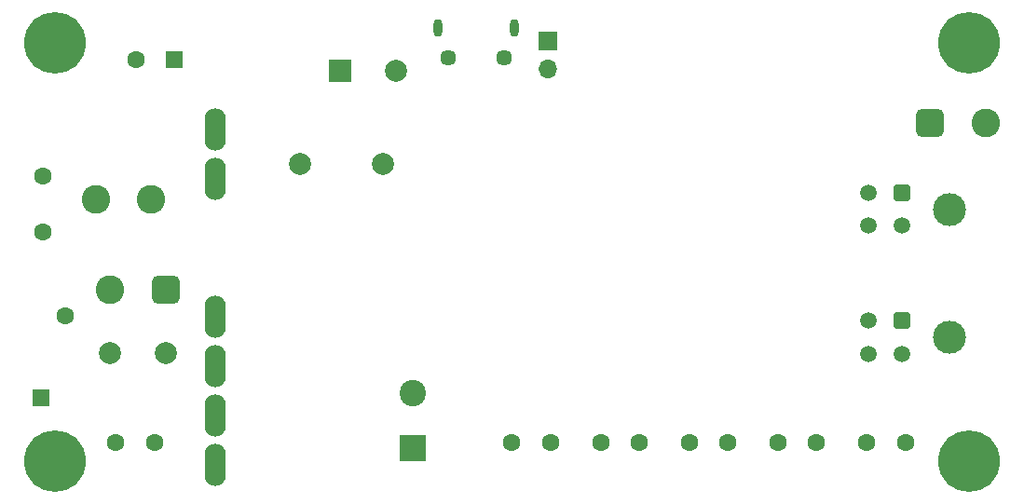
<source format=gbs>
G04 #@! TF.GenerationSoftware,KiCad,Pcbnew,(6.0.11-0)*
G04 #@! TF.CreationDate,2023-06-01T20:29:29-06:00*
G04 #@! TF.ProjectId,Smart Smoker PCB,536d6172-7420-4536-9d6f-6b6572205043,rev?*
G04 #@! TF.SameCoordinates,Original*
G04 #@! TF.FileFunction,Soldermask,Bot*
G04 #@! TF.FilePolarity,Negative*
%FSLAX46Y46*%
G04 Gerber Fmt 4.6, Leading zero omitted, Abs format (unit mm)*
G04 Created by KiCad (PCBNEW (6.0.11-0)) date 2023-06-01 20:29:29*
%MOMM*%
%LPD*%
G01*
G04 APERTURE LIST*
G04 Aperture macros list*
%AMRoundRect*
0 Rectangle with rounded corners*
0 $1 Rounding radius*
0 $2 $3 $4 $5 $6 $7 $8 $9 X,Y pos of 4 corners*
0 Add a 4 corners polygon primitive as box body*
4,1,4,$2,$3,$4,$5,$6,$7,$8,$9,$2,$3,0*
0 Add four circle primitives for the rounded corners*
1,1,$1+$1,$2,$3*
1,1,$1+$1,$4,$5*
1,1,$1+$1,$6,$7*
1,1,$1+$1,$8,$9*
0 Add four rect primitives between the rounded corners*
20,1,$1+$1,$2,$3,$4,$5,0*
20,1,$1+$1,$4,$5,$6,$7,0*
20,1,$1+$1,$6,$7,$8,$9,0*
20,1,$1+$1,$8,$9,$2,$3,0*%
G04 Aperture macros list end*
%ADD10C,1.600200*%
%ADD11C,5.600000*%
%ADD12R,1.600200X1.600200*%
%ADD13C,2.600000*%
%ADD14R,2.400000X2.400000*%
%ADD15C,2.400000*%
%ADD16C,2.000000*%
%ADD17R,1.700000X1.700000*%
%ADD18O,1.700000X1.700000*%
%ADD19C,1.450000*%
%ADD20O,0.800000X1.600000*%
%ADD21R,1.600000X1.600000*%
%ADD22C,1.600000*%
%ADD23R,2.000000X2.000000*%
%ADD24RoundRect,0.650000X0.650000X0.650000X-0.650000X0.650000X-0.650000X-0.650000X0.650000X-0.650000X0*%
%ADD25O,1.920000X3.840000*%
%ADD26C,3.000000*%
%ADD27RoundRect,0.250001X-0.499999X0.499999X-0.499999X-0.499999X0.499999X-0.499999X0.499999X0.499999X0*%
%ADD28C,1.500000*%
%ADD29RoundRect,0.650000X-0.650000X-0.650000X0.650000X-0.650000X0.650000X0.650000X-0.650000X0.650000X0*%
G04 APERTURE END LIST*
D10*
X177250000Y-139809500D03*
X180755200Y-139809500D03*
X169187500Y-139809500D03*
X172692700Y-139809500D03*
X161125000Y-139809500D03*
X164630200Y-139809500D03*
X153062500Y-139809500D03*
X156567700Y-139809500D03*
X145000000Y-139809500D03*
X148505200Y-139809500D03*
X109000000Y-139809500D03*
X112505200Y-139809500D03*
D11*
X103500000Y-103500000D03*
D12*
X102200000Y-135750000D03*
D10*
X104400000Y-128250000D03*
D13*
X107200000Y-117700000D03*
X112200000Y-117700000D03*
D14*
X136000000Y-140323959D03*
D15*
X136000000Y-135323959D03*
D16*
X113540000Y-131684450D03*
X108460000Y-131674450D03*
D17*
X148250000Y-103280000D03*
D18*
X148250000Y-105820000D03*
D19*
X144250000Y-104850000D03*
X139250000Y-104850000D03*
D20*
X145250000Y-102150000D03*
X138250000Y-102150000D03*
D21*
X114352651Y-105000000D03*
D22*
X110852651Y-105000000D03*
D11*
X186500000Y-103500000D03*
D23*
X129426261Y-106000000D03*
D16*
X134426261Y-106000000D03*
D11*
X103500000Y-141500000D03*
D24*
X113540000Y-125900000D03*
D13*
X108460000Y-125900000D03*
D25*
X118075000Y-141875000D03*
X118075000Y-137375000D03*
X118075000Y-132875000D03*
X118075000Y-128375000D03*
X118075000Y-115875000D03*
X118075000Y-111375000D03*
D22*
X102400000Y-120635000D03*
X102400000Y-115555000D03*
D16*
X133250000Y-114500000D03*
X125750000Y-114500000D03*
D11*
X186500000Y-141500000D03*
D26*
X184740000Y-130250000D03*
D27*
X180420000Y-128750000D03*
D28*
X180420000Y-131750000D03*
X177420000Y-128750000D03*
X177420000Y-131750000D03*
D26*
X184740000Y-118610000D03*
D27*
X180420000Y-117110000D03*
D28*
X180420000Y-120110000D03*
X177420000Y-117110000D03*
X177420000Y-120110000D03*
D29*
X182960000Y-110750000D03*
D13*
X188040000Y-110750000D03*
M02*

</source>
